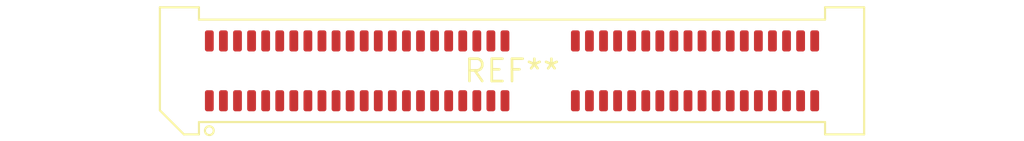
<source format=kicad_pcb>
(kicad_pcb (version 20240108) (generator pcbnew)
  (layers (0 "F.Cu" signal) (31 "B.Cu" signal) (34 "B.Paste" user) (35 "F.Paste" user) (36 "B.SilkS" user "B.Silkscreen") (37 "F.SilkS" user "F.Silkscreen") (38 "B.Mask" user) (39 "F.Mask" user) (44 "Edge.Cuts" user))
  (net 0 "")
  (footprint "Samtec_HSEC8-140-01-X-DV_2x40_P0.8mm_Pol22_Socket" (layer "F.Cu") (at 0 0)
    (property "Reference" "REF**")
    (property "Value" "Samtec_HSEC8-140-01-X-DV_2x40_P0.8mm_Pol22_Socket")
    (fp_line (start -20.01 -3.61) (end -17.79 -3.61) (layer "F.SilkS") (stroke (width 0.12)))
    (fp_line (start -20.01 2.245563) (end -20.01 -3.61) (layer "F.SilkS") (stroke (width 0.12)))
    (fp_line (start -18.645563 3.61) (end -20.01 2.245563) (layer "F.SilkS") (stroke (width 0.12)))
    (fp_line (start -17.79 -3.61) (end -17.79 -2.91) (layer "F.SilkS") (stroke (width 0.12)))
    (fp_line (start -17.79 -2.91) (end 17.79 -2.91) (layer "F.SilkS") (stroke (width 0.12)))
    (fp_line (start -17.79 2.91) (end -17.79 3.61) (layer "F.SilkS") (stroke (width 0.12)))
    (fp_line (start -17.79 3.61) (end -18.645563 3.61) (layer "F.SilkS") (stroke (width 0.12)))
    (fp_line (start 17.79 -3.61) (end 20.01 -3.61) (layer "F.SilkS") (stroke (width 0.12)))
    (fp_line (start 17.79 -2.91) (end 17.79 -3.61) (layer "F.SilkS") (stroke (width 0.12)))
    (fp_line (start 17.79 2.91) (end -17.79 2.91) (layer "F.SilkS") (stroke (width 0.12)))
    (fp_line (start 17.79 3.61) (end 17.79 2.91) (layer "F.SilkS") (stroke (width 0.12)))
    (fp_line (start 20.01 -3.61) (end 20.01 3.61) (layer "F.SilkS") (stroke (width 0.12)))
    (fp_line (start 20.01 3.61) (end 17.79 3.61) (layer "F.SilkS") (stroke (width 0.12)))
    (fp_arc (start -16.95 3.4) (mid -17.45 3.4) (end -16.95 3.4) (layer "F.SilkS") (stroke (width 0.12)))
    (pad "1" smd roundrect (at -17.2 1.7) (size 0.5 1.2) (layers "F.Cu" "F.Paste" "F.Mask"))
    (pad "2" smd roundrect (at -17.2 -1.7) (size 0.5 1.2) (layers "F.Cu" "F.Paste" "F.Mask"))
    (pad "3" smd roundrect (at -16.4 1.7) (size 0.5 1.2) (layers "F.Cu" "F.Paste" "F.Mask"))
    (pad "4" smd roundrect (at -16.4 -1.7) (size 0.5 1.2) (layers "F.Cu" "F.Paste" "F.Mask"))
    (pad "5" smd roundrect (at -15.6 1.7) (size 0.5 1.2) (layers "F.Cu" "F.Paste" "F.Mask"))
    (pad "6" smd roundrect (at -15.6 -1.7) (size 0.5 1.2) (layers "F.Cu" "F.Paste" "F.Mask"))
    (pad "7" smd roundrect (at -14.8 1.7) (size 0.5 1.2) (layers "F.Cu" "F.Paste" "F.Mask"))
    (pad "8" smd roundrect (at -14.8 -1.7) (size 0.5 1.2) (layers "F.Cu" "F.Paste" "F.Mask"))
    (pad "9" smd roundrect (at -14 1.7) (size 0.5 1.2) (layers "F.Cu" "F.Paste" "F.Mask"))
    (pad "10" smd roundrect (at -14 -1.7) (size 0.5 1.2) (layers "F.Cu" "F.Paste" "F.Mask"))
    (pad "11" smd roundrect (at -13.2 1.7) (size 0.5 1.2) (layers "F.Cu" "F.Paste" "F.Mask"))
    (pad "12" smd roundrect (at -13.2 -1.7) (size 0.5 1.2) (layers "F.Cu" "F.Paste" "F.Mask"))
    (pad "13" smd roundrect (at -12.4 1.7) (size 0.5 1.2) (layers "F.Cu" "F.Paste" "F.Mask"))
    (pad "14" smd roundrect (at -12.4 -1.7) (size 0.5 1.2) (layers "F.Cu" "F.Paste" "F.Mask"))
    (pad "15" smd roundrect (at -11.6 1.7) (size 0.5 1.2) (layers "F.Cu" "F.Paste" "F.Mask"))
    (pad "16" smd roundrect (at -11.6 -1.7) (size 0.5 1.2) (layers "F.Cu" "F.Paste" "F.Mask"))
    (pad "17" smd roundrect (at -10.8 1.7) (size 0.5 1.2) (layers "F.Cu" "F.Paste" "F.Mask"))
    (pad "18" smd roundrect (at -10.8 -1.7) (size 0.5 1.2) (layers "F.Cu" "F.Paste" "F.Mask"))
    (pad "19" smd roundrect (at -10 1.7) (size 0.5 1.2) (layers "F.Cu" "F.Paste" "F.Mask"))
    (pad "20" smd roundrect (at -10 -1.7) (size 0.5 1.2) (layers "F.Cu" "F.Paste" "F.Mask"))
    (pad "21" smd roundrect (at -9.2 1.7) (size 0.5 1.2) (layers "F.Cu" "F.Paste" "F.Mask"))
    (pad "22" smd roundrect (at -9.2 -1.7) (size 0.5 1.2) (layers "F.Cu" "F.Paste" "F.Mask"))
    (pad "23" smd roundrect (at -8.4 1.7) (size 0.5 1.2) (layers "F.Cu" "F.Paste" "F.Mask"))
    (pad "24" smd roundrect (at -8.4 -1.7) (size 0.5 1.2) (layers "F.Cu" "F.Paste" "F.Mask"))
    (pad "25" smd roundrect (at -7.6 1.7) (size 0.5 1.2) (layers "F.Cu" "F.Paste" "F.Mask"))
    (pad "26" smd roundrect (at -7.6 -1.7) (size 0.5 1.2) (layers "F.Cu" "F.Paste" "F.Mask"))
    (pad "27" smd roundrect (at -6.8 1.7) (size 0.5 1.2) (layers "F.Cu" "F.Paste" "F.Mask"))
    (pad "28" smd roundrect (at -6.8 -1.7) (size 0.5 1.2) (layers "F.Cu" "F.Paste" "F.Mask"))
    (pad "29" smd roundrect (at -6 1.7) (size 0.5 1.2) (layers "F.Cu" "F.Paste" "F.Mask"))
    (pad "30" smd roundrect (at -6 -1.7) (size 0.5 1.2) (layers "F.Cu" "F.Paste" "F.Mask"))
    (pad "31" smd roundrect (at -5.2 1.7) (size 0.5 1.2) (layers "F.Cu" "F.Paste" "F.Mask"))
    (pad "32" smd roundrect (at -5.2 -1.7) (size 0.5 1.2) (layers "F.Cu" "F.Paste" "F.Mask"))
    (pad "33" smd roundrect (at -4.4 1.7) (size 0.5 1.2) (layers "F.Cu" "F.Paste" "F.Mask"))
    (pad "34" smd roundrect (at -4.4 -1.7) (size 0.5 1.2) (layers "F.Cu" "F.Paste" "F.Mask"))
    (pad "35" smd roundrect (at -3.6 1.7) (size 0.5 1.2) (layers "F.Cu" "F.Paste" "F.Mask"))
    (pad "36" smd roundrect (at -3.6 -1.7) (size 0.5 1.2) (layers "F.Cu" "F.Paste" "F.Mask"))
    (pad "37" smd roundrect (at -2.8 1.7) (size 0.5 1.2) (layers "F.Cu" "F.Paste" "F.Mask"))
    (pad "38" smd roundrect (at -2.8 -1.7) (size 0.5 1.2) (layers "F.Cu" "F.Paste" "F.Mask"))
    (pad "39" smd roundrect (at -2 1.7) (size 0.5 1.2) (layers "F.Cu" "F.Paste" "F.Mask"))
    (pad "40" smd roundrect (at -2 -1.7) (size 0.5 1.2) (layers "F.Cu" "F.Paste" "F.Mask"))
    (pad "41" smd roundrect (at -1.2 1.7) (size 0.5 1.2) (layers "F.Cu" "F.Paste" "F.Mask"))
    (pad "42" smd roundrect (at -1.2 -1.7) (size 0.5 1.2) (layers "F.Cu" "F.Paste" "F.Mask"))
    (pad "43" smd roundrect (at -0.4 1.7) (size 0.5 1.2) (layers "F.Cu" "F.Paste" "F.Mask"))
    (pad "44" smd roundrect (at -0.4 -1.7) (size 0.5 1.2) (layers "F.Cu" "F.Paste" "F.Mask"))
    (pad "45" smd roundrect (at 3.6 1.7) (size 0.5 1.2) (layers "F.Cu" "F.Paste" "F.Mask"))
    (pad "46" smd roundrect (at 3.6 -1.7) (size 0.5 1.2) (layers "F.Cu" "F.Paste" "F.Mask"))
    (pad "47" smd roundrect (at 4.4 1.7) (size 0.5 1.2) (layers "F.Cu" "F.Paste" "F.Mask"))
    (pad "48" smd roundrect (at 4.4 -1.7) (size 0.5 1.2) (layers "F.Cu" "F.Paste" "F.Mask"))
    (pad "49" smd roundrect (at 5.2 1.7) (size 0.5 1.2) (layers "F.Cu" "F.Paste" "F.Mask"))
    (pad "50" smd roundrect (at 5.2 -1.7) (size 0.5 1.2) (layers "F.Cu" "F.Paste" "F.Mask"))
    (pad "51" smd roundrect (at 6 1.7) (size 0.5 1.2) (layers "F.Cu" "F.Paste" "F.Mask"))
    (pad "52" smd roundrect (at 6 -1.7) (size 0.5 1.2) (layers "F.Cu" "F.Paste" "F.Mask"))
    (pad "53" smd roundrect (at 6.8 1.7) (size 0.5 1.2) (layers "F.Cu" "F.Paste" "F.Mask"))
    (pad "54" smd roundrect (at 6.8 -1.7) (size 0.5 1.2) (layers "F.Cu" "F.Paste" "F.Mask"))
    (pad "55" smd roundrect (at 7.6 1.7) (size 0.5 1.2) (layers "F.Cu" "F.Paste" "F.Mask"))
    (pad "56" smd roundrect (at 7.6 -1.7) (size 0.5 1.2) (layers "F.Cu" "F.Paste" "F.Mask"))
    (pad "57" smd roundrect (at 8.4 1.7) (size 0.5 1.2) (layers "F.Cu" "F.Paste" "F.Mask"))
    (pad "58" smd roundrect (at 8.4 -1.7) (size 0.5 1.2) (layers "F.Cu" "F.Paste" "F.Mask"))
    (pad "59" smd roundrect (at 9.2 1.7) (size 0.5 1.2) (layers "F.Cu" "F.Paste" "F.Mask"))
    (pad "60" smd roundrect (at 9.2 -1.7) (size 0.5 1.2) (layers "F.Cu" "F.Paste" "F.Mask"))
    (pad "61" smd roundrect (at 10 1.7) (size 0.5 1.2) (layers "F.Cu" "F.Paste" "F.Mask"))
    (pad "62" smd roundrect (at 10 -1.7) (size 0.5 1.2) (layers "F.Cu" "F.Paste" "F.Mask"))
    (pad "63" smd roundrect (at 10.8 1.7) (size 0.5 1.2) (layers "F.Cu" "F.Paste" "F.Mask"))
    (pad "64" smd roundrect (at 10.8 -1.7) (size 0.5 1.2) (layers "F.Cu" "F.Paste" "F.Mask"))
    (pad "65" smd roundrect (at 11.6 1.7) (size 0.5 1.2) (layers "F.Cu" "F.Paste" "F.Mask"))
    (pad "66" smd roundrect (at 11.6 -1.7) (size 0.5 1.2) (layers "F.Cu" "F.Paste" "F.Mask"))
    (pad "67" smd roundrect (at 12.4 1.7) (size 0.5 1.2) (layers "F.Cu" "F.Paste" "F.Mask"))
    (pad "68" smd roundrect (at 12.4 -1.7) (size 0.5 1.2) (layers "F.Cu" "F.Paste" "F.Mask"))
    (pad "69" smd roundrect (at 13.2 1.7) (size 0.5 1.2) (layers "F.Cu" "F.Paste" "F.Mask"))
    (pad "70" smd roundrect (at 13.2 -1.7) (size 0.5 1.2) (layers "F.Cu" "F.Paste" "F.Mask"))
    (pad "71" smd roundrect (at 14 1.7) (size 0.5 1.2) (layers "F.Cu" "F.Paste" "F.Mask"))
    (pad "72" smd roundrect (at 14 -1.7) (size 0.5 1.2) (layers "F.Cu" "F.Paste" "F.Mask"))
    (pad "73" smd roundrect (at 14.8 1.7) (size 0.5 1.2) (layers "F.Cu" "F.Paste" "F.Mask"))
    (pad "74" smd roundrect (at 14.8 -1.7) (size 0.5 1.2) (layers "F.Cu" "F.Paste" "F.Mask"))
    (pad "75" smd roundrect (at 15.6 1.7) (size 0.5 1.2) (layers "F.Cu" "F.Paste" "F.Mask"))
    (pad "76" smd roundrect (at 15.6 -1.7) (size 0.5 1.2) (layers "F.Cu" "F.Paste" "F.Mask"))
    (pad "77" smd roundrect (at 16.4 1.7) (size 0.5 1.2) (layers "F.Cu" "F.Paste" "F.Mask"))
    (pad "78" smd roundrect (at 16.4 -1.7) (size 0.5 1.2) (layers "F.Cu" "F.Paste" "F.Mask"))
    (pad "79" smd roundrect (at 17.2 1.7) (size 0.5 1.2) (layers "F.Cu" "F.Paste" "F.Mask"))
    (pad "80" smd roundrect (at 17.2 -1.7) (size 0.5 1.2) (layers "F.Cu" "F.Paste" "F.Mask"))
  )
)
</source>
